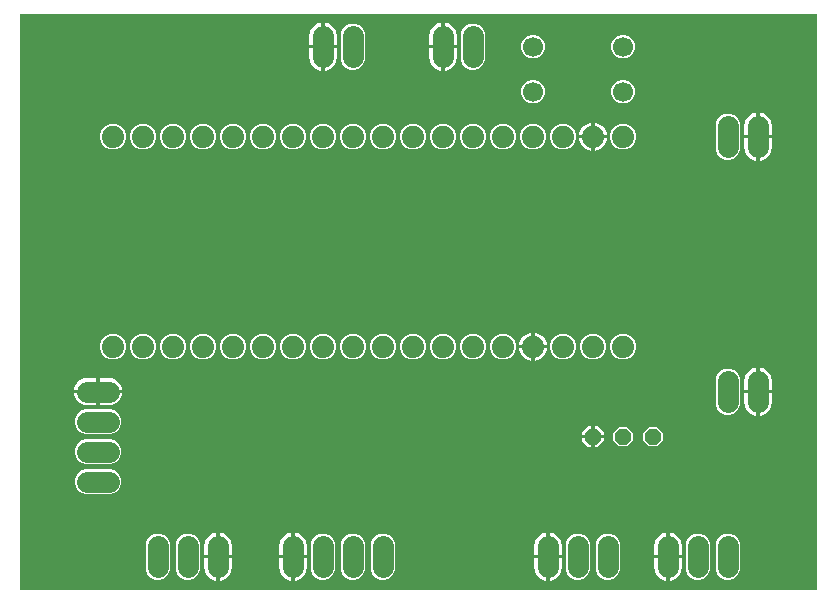
<source format=gbr>
G04 EAGLE Gerber RS-274X export*
G75*
%MOMM*%
%FSLAX34Y34*%
%LPD*%
%INBottom Copper*%
%IPPOS*%
%AMOC8*
5,1,8,0,0,1.08239X$1,22.5*%
G01*
%ADD10C,1.800000*%
%ADD11C,1.700000*%
%ADD12P,1.429621X8X22.500000*%
%ADD13C,1.879600*%

G36*
X684298Y10164D02*
X684298Y10164D01*
X684317Y10162D01*
X684419Y10184D01*
X684521Y10200D01*
X684538Y10210D01*
X684558Y10214D01*
X684647Y10267D01*
X684738Y10316D01*
X684752Y10330D01*
X684769Y10340D01*
X684836Y10419D01*
X684908Y10494D01*
X684916Y10512D01*
X684929Y10527D01*
X684968Y10623D01*
X685011Y10717D01*
X685013Y10737D01*
X685021Y10755D01*
X685039Y10922D01*
X685039Y496978D01*
X685036Y496998D01*
X685038Y497017D01*
X685016Y497119D01*
X685000Y497221D01*
X684990Y497238D01*
X684986Y497258D01*
X684933Y497347D01*
X684884Y497438D01*
X684870Y497452D01*
X684860Y497469D01*
X684781Y497536D01*
X684706Y497608D01*
X684688Y497616D01*
X684673Y497629D01*
X684577Y497668D01*
X684483Y497711D01*
X684463Y497713D01*
X684445Y497721D01*
X684278Y497739D01*
X10922Y497739D01*
X10902Y497736D01*
X10883Y497738D01*
X10781Y497716D01*
X10679Y497700D01*
X10662Y497690D01*
X10642Y497686D01*
X10553Y497633D01*
X10462Y497584D01*
X10448Y497570D01*
X10431Y497560D01*
X10364Y497481D01*
X10292Y497406D01*
X10284Y497388D01*
X10271Y497373D01*
X10232Y497277D01*
X10189Y497183D01*
X10187Y497163D01*
X10179Y497145D01*
X10161Y496978D01*
X10161Y10922D01*
X10164Y10902D01*
X10162Y10883D01*
X10184Y10781D01*
X10200Y10679D01*
X10210Y10662D01*
X10214Y10642D01*
X10267Y10553D01*
X10316Y10462D01*
X10330Y10448D01*
X10340Y10431D01*
X10419Y10364D01*
X10494Y10292D01*
X10512Y10284D01*
X10527Y10271D01*
X10623Y10232D01*
X10717Y10189D01*
X10737Y10187D01*
X10755Y10179D01*
X10922Y10161D01*
X684278Y10161D01*
X684298Y10164D01*
G37*
%LPC*%
G36*
X65107Y116475D02*
X65107Y116475D01*
X61238Y118078D01*
X58278Y121038D01*
X56675Y124907D01*
X56675Y129093D01*
X58278Y132962D01*
X61238Y135922D01*
X65107Y137525D01*
X87293Y137525D01*
X91162Y135922D01*
X94122Y132962D01*
X95725Y129093D01*
X95725Y124907D01*
X94122Y121038D01*
X91162Y118078D01*
X87293Y116475D01*
X65107Y116475D01*
G37*
%LPD*%
%LPC*%
G36*
X65107Y91075D02*
X65107Y91075D01*
X61238Y92678D01*
X58278Y95638D01*
X56675Y99507D01*
X56675Y103693D01*
X58278Y107562D01*
X61238Y110522D01*
X65107Y112125D01*
X87293Y112125D01*
X91162Y110522D01*
X94122Y107562D01*
X95725Y103693D01*
X95725Y99507D01*
X94122Y95638D01*
X91162Y92678D01*
X87293Y91075D01*
X65107Y91075D01*
G37*
%LPD*%
%LPC*%
G36*
X290007Y18575D02*
X290007Y18575D01*
X286138Y20178D01*
X283178Y23138D01*
X281575Y27007D01*
X281575Y49193D01*
X283178Y53062D01*
X286138Y56022D01*
X290007Y57625D01*
X294193Y57625D01*
X298062Y56022D01*
X301022Y53062D01*
X302625Y49193D01*
X302625Y27007D01*
X301022Y23138D01*
X298062Y20178D01*
X294193Y18575D01*
X290007Y18575D01*
G37*
%LPD*%
%LPC*%
G36*
X315407Y18575D02*
X315407Y18575D01*
X311538Y20178D01*
X308578Y23138D01*
X306975Y27007D01*
X306975Y49193D01*
X308578Y53062D01*
X311538Y56022D01*
X315407Y57625D01*
X319593Y57625D01*
X323462Y56022D01*
X326422Y53062D01*
X328025Y49193D01*
X328025Y27007D01*
X326422Y23138D01*
X323462Y20178D01*
X319593Y18575D01*
X315407Y18575D01*
G37*
%LPD*%
%LPC*%
G36*
X391607Y450375D02*
X391607Y450375D01*
X387738Y451978D01*
X384778Y454938D01*
X383175Y458807D01*
X383175Y480993D01*
X384778Y484862D01*
X387738Y487822D01*
X391607Y489425D01*
X395793Y489425D01*
X399662Y487822D01*
X402622Y484862D01*
X404225Y480993D01*
X404225Y458807D01*
X402622Y454938D01*
X399662Y451978D01*
X395793Y450375D01*
X391607Y450375D01*
G37*
%LPD*%
%LPC*%
G36*
X290007Y450375D02*
X290007Y450375D01*
X286138Y451978D01*
X283178Y454938D01*
X281575Y458807D01*
X281575Y480993D01*
X283178Y484862D01*
X286138Y487822D01*
X290007Y489425D01*
X294193Y489425D01*
X298062Y487822D01*
X301022Y484862D01*
X302625Y480993D01*
X302625Y458807D01*
X301022Y454938D01*
X298062Y451978D01*
X294193Y450375D01*
X290007Y450375D01*
G37*
%LPD*%
%LPC*%
G36*
X607507Y374175D02*
X607507Y374175D01*
X603638Y375778D01*
X600678Y378738D01*
X599075Y382607D01*
X599075Y404793D01*
X600678Y408662D01*
X603638Y411622D01*
X607507Y413225D01*
X611693Y413225D01*
X615562Y411622D01*
X618522Y408662D01*
X620125Y404793D01*
X620125Y382607D01*
X618522Y378738D01*
X615562Y375778D01*
X611693Y374175D01*
X607507Y374175D01*
G37*
%LPD*%
%LPC*%
G36*
X150307Y18575D02*
X150307Y18575D01*
X146438Y20178D01*
X143478Y23138D01*
X141875Y27007D01*
X141875Y49193D01*
X143478Y53062D01*
X146438Y56022D01*
X150307Y57625D01*
X154493Y57625D01*
X158362Y56022D01*
X161322Y53062D01*
X162925Y49193D01*
X162925Y27007D01*
X161322Y23138D01*
X158362Y20178D01*
X154493Y18575D01*
X150307Y18575D01*
G37*
%LPD*%
%LPC*%
G36*
X480507Y18575D02*
X480507Y18575D01*
X476638Y20178D01*
X473678Y23138D01*
X472075Y27007D01*
X472075Y49193D01*
X473678Y53062D01*
X476638Y56022D01*
X480507Y57625D01*
X484693Y57625D01*
X488562Y56022D01*
X491522Y53062D01*
X493125Y49193D01*
X493125Y27007D01*
X491522Y23138D01*
X488562Y20178D01*
X484693Y18575D01*
X480507Y18575D01*
G37*
%LPD*%
%LPC*%
G36*
X505907Y18575D02*
X505907Y18575D01*
X502038Y20178D01*
X499078Y23138D01*
X497475Y27007D01*
X497475Y49193D01*
X499078Y53062D01*
X502038Y56022D01*
X505907Y57625D01*
X510093Y57625D01*
X513962Y56022D01*
X516922Y53062D01*
X518525Y49193D01*
X518525Y27007D01*
X516922Y23138D01*
X513962Y20178D01*
X510093Y18575D01*
X505907Y18575D01*
G37*
%LPD*%
%LPC*%
G36*
X582107Y18575D02*
X582107Y18575D01*
X578238Y20178D01*
X575278Y23138D01*
X573675Y27007D01*
X573675Y49193D01*
X575278Y53062D01*
X578238Y56022D01*
X582107Y57625D01*
X586293Y57625D01*
X590162Y56022D01*
X593122Y53062D01*
X594725Y49193D01*
X594725Y27007D01*
X593122Y23138D01*
X590162Y20178D01*
X586293Y18575D01*
X582107Y18575D01*
G37*
%LPD*%
%LPC*%
G36*
X607507Y18575D02*
X607507Y18575D01*
X603638Y20178D01*
X600678Y23138D01*
X599075Y27007D01*
X599075Y49193D01*
X600678Y53062D01*
X603638Y56022D01*
X607507Y57625D01*
X611693Y57625D01*
X615562Y56022D01*
X618522Y53062D01*
X620125Y49193D01*
X620125Y27007D01*
X618522Y23138D01*
X615562Y20178D01*
X611693Y18575D01*
X607507Y18575D01*
G37*
%LPD*%
%LPC*%
G36*
X264607Y18575D02*
X264607Y18575D01*
X260738Y20178D01*
X257778Y23138D01*
X256175Y27007D01*
X256175Y49193D01*
X257778Y53062D01*
X260738Y56022D01*
X264607Y57625D01*
X268793Y57625D01*
X272662Y56022D01*
X275622Y53062D01*
X277225Y49193D01*
X277225Y27007D01*
X275622Y23138D01*
X272662Y20178D01*
X268793Y18575D01*
X264607Y18575D01*
G37*
%LPD*%
%LPC*%
G36*
X124907Y18575D02*
X124907Y18575D01*
X121038Y20178D01*
X118078Y23138D01*
X116475Y27007D01*
X116475Y49193D01*
X118078Y53062D01*
X121038Y56022D01*
X124907Y57625D01*
X129093Y57625D01*
X132962Y56022D01*
X135922Y53062D01*
X137525Y49193D01*
X137525Y27007D01*
X135922Y23138D01*
X132962Y20178D01*
X129093Y18575D01*
X124907Y18575D01*
G37*
%LPD*%
%LPC*%
G36*
X607507Y158275D02*
X607507Y158275D01*
X603638Y159878D01*
X600678Y162838D01*
X599075Y166707D01*
X599075Y188893D01*
X600678Y192762D01*
X603638Y195722D01*
X607507Y197325D01*
X611693Y197325D01*
X615562Y195722D01*
X618522Y192762D01*
X620125Y188893D01*
X620125Y166707D01*
X618522Y162838D01*
X615562Y159878D01*
X611693Y158275D01*
X607507Y158275D01*
G37*
%LPD*%
%LPC*%
G36*
X65107Y141875D02*
X65107Y141875D01*
X61238Y143478D01*
X58278Y146438D01*
X56675Y150307D01*
X56675Y154493D01*
X58278Y158362D01*
X61238Y161322D01*
X65107Y162925D01*
X87293Y162925D01*
X91162Y161322D01*
X94122Y158362D01*
X95725Y154493D01*
X95725Y150307D01*
X94122Y146438D01*
X91162Y143478D01*
X87293Y141875D01*
X65107Y141875D01*
G37*
%LPD*%
%LPC*%
G36*
X340727Y204977D02*
X340727Y204977D01*
X336713Y206640D01*
X333640Y209713D01*
X331977Y213727D01*
X331977Y218073D01*
X333640Y222087D01*
X336713Y225160D01*
X340727Y226823D01*
X345073Y226823D01*
X349087Y225160D01*
X352160Y222087D01*
X353823Y218073D01*
X353823Y213727D01*
X352160Y209713D01*
X349087Y206640D01*
X345073Y204977D01*
X340727Y204977D01*
G37*
%LPD*%
%LPC*%
G36*
X315327Y204977D02*
X315327Y204977D01*
X311313Y206640D01*
X308240Y209713D01*
X306577Y213727D01*
X306577Y218073D01*
X308240Y222087D01*
X311313Y225160D01*
X315327Y226823D01*
X319673Y226823D01*
X323687Y225160D01*
X326760Y222087D01*
X328423Y218073D01*
X328423Y213727D01*
X326760Y209713D01*
X323687Y206640D01*
X319673Y204977D01*
X315327Y204977D01*
G37*
%LPD*%
%LPC*%
G36*
X340727Y382777D02*
X340727Y382777D01*
X336713Y384440D01*
X333640Y387513D01*
X331977Y391527D01*
X331977Y395873D01*
X333640Y399887D01*
X336713Y402960D01*
X340727Y404623D01*
X345073Y404623D01*
X349087Y402960D01*
X352160Y399887D01*
X353823Y395873D01*
X353823Y391527D01*
X352160Y387513D01*
X349087Y384440D01*
X345073Y382777D01*
X340727Y382777D01*
G37*
%LPD*%
%LPC*%
G36*
X289927Y204977D02*
X289927Y204977D01*
X285913Y206640D01*
X282840Y209713D01*
X281177Y213727D01*
X281177Y218073D01*
X282840Y222087D01*
X285913Y225160D01*
X289927Y226823D01*
X294273Y226823D01*
X298287Y225160D01*
X301360Y222087D01*
X303023Y218073D01*
X303023Y213727D01*
X301360Y209713D01*
X298287Y206640D01*
X294273Y204977D01*
X289927Y204977D01*
G37*
%LPD*%
%LPC*%
G36*
X162927Y382777D02*
X162927Y382777D01*
X158913Y384440D01*
X155840Y387513D01*
X154177Y391527D01*
X154177Y395873D01*
X155840Y399887D01*
X158913Y402960D01*
X162927Y404623D01*
X167273Y404623D01*
X171287Y402960D01*
X174360Y399887D01*
X176023Y395873D01*
X176023Y391527D01*
X174360Y387513D01*
X171287Y384440D01*
X167273Y382777D01*
X162927Y382777D01*
G37*
%LPD*%
%LPC*%
G36*
X416927Y382777D02*
X416927Y382777D01*
X412913Y384440D01*
X409840Y387513D01*
X408177Y391527D01*
X408177Y395873D01*
X409840Y399887D01*
X412913Y402960D01*
X416927Y404623D01*
X421273Y404623D01*
X425287Y402960D01*
X428360Y399887D01*
X430023Y395873D01*
X430023Y391527D01*
X428360Y387513D01*
X425287Y384440D01*
X421273Y382777D01*
X416927Y382777D01*
G37*
%LPD*%
%LPC*%
G36*
X391527Y382777D02*
X391527Y382777D01*
X387513Y384440D01*
X384440Y387513D01*
X382777Y391527D01*
X382777Y395873D01*
X384440Y399887D01*
X387513Y402960D01*
X391527Y404623D01*
X395873Y404623D01*
X399887Y402960D01*
X402960Y399887D01*
X404623Y395873D01*
X404623Y391527D01*
X402960Y387513D01*
X399887Y384440D01*
X395873Y382777D01*
X391527Y382777D01*
G37*
%LPD*%
%LPC*%
G36*
X518527Y382777D02*
X518527Y382777D01*
X514513Y384440D01*
X511440Y387513D01*
X509777Y391527D01*
X509777Y395873D01*
X511440Y399887D01*
X514513Y402960D01*
X518527Y404623D01*
X522873Y404623D01*
X526887Y402960D01*
X529960Y399887D01*
X531623Y395873D01*
X531623Y391527D01*
X529960Y387513D01*
X526887Y384440D01*
X522873Y382777D01*
X518527Y382777D01*
G37*
%LPD*%
%LPC*%
G36*
X467727Y382777D02*
X467727Y382777D01*
X463713Y384440D01*
X460640Y387513D01*
X458977Y391527D01*
X458977Y395873D01*
X460640Y399887D01*
X463713Y402960D01*
X467727Y404623D01*
X472073Y404623D01*
X476087Y402960D01*
X479160Y399887D01*
X480823Y395873D01*
X480823Y391527D01*
X479160Y387513D01*
X476087Y384440D01*
X472073Y382777D01*
X467727Y382777D01*
G37*
%LPD*%
%LPC*%
G36*
X442327Y382777D02*
X442327Y382777D01*
X438313Y384440D01*
X435240Y387513D01*
X433577Y391527D01*
X433577Y395873D01*
X435240Y399887D01*
X438313Y402960D01*
X442327Y404623D01*
X446673Y404623D01*
X450687Y402960D01*
X453760Y399887D01*
X455423Y395873D01*
X455423Y391527D01*
X453760Y387513D01*
X450687Y384440D01*
X446673Y382777D01*
X442327Y382777D01*
G37*
%LPD*%
%LPC*%
G36*
X366127Y382777D02*
X366127Y382777D01*
X362113Y384440D01*
X359040Y387513D01*
X357377Y391527D01*
X357377Y395873D01*
X359040Y399887D01*
X362113Y402960D01*
X366127Y404623D01*
X370473Y404623D01*
X374487Y402960D01*
X377560Y399887D01*
X379223Y395873D01*
X379223Y391527D01*
X377560Y387513D01*
X374487Y384440D01*
X370473Y382777D01*
X366127Y382777D01*
G37*
%LPD*%
%LPC*%
G36*
X162927Y204977D02*
X162927Y204977D01*
X158913Y206640D01*
X155840Y209713D01*
X154177Y213727D01*
X154177Y218073D01*
X155840Y222087D01*
X158913Y225160D01*
X162927Y226823D01*
X167273Y226823D01*
X171287Y225160D01*
X174360Y222087D01*
X176023Y218073D01*
X176023Y213727D01*
X174360Y209713D01*
X171287Y206640D01*
X167273Y204977D01*
X162927Y204977D01*
G37*
%LPD*%
%LPC*%
G36*
X315327Y382777D02*
X315327Y382777D01*
X311313Y384440D01*
X308240Y387513D01*
X306577Y391527D01*
X306577Y395873D01*
X308240Y399887D01*
X311313Y402960D01*
X315327Y404623D01*
X319673Y404623D01*
X323687Y402960D01*
X326760Y399887D01*
X328423Y395873D01*
X328423Y391527D01*
X326760Y387513D01*
X323687Y384440D01*
X319673Y382777D01*
X315327Y382777D01*
G37*
%LPD*%
%LPC*%
G36*
X289927Y382777D02*
X289927Y382777D01*
X285913Y384440D01*
X282840Y387513D01*
X281177Y391527D01*
X281177Y395873D01*
X282840Y399887D01*
X285913Y402960D01*
X289927Y404623D01*
X294273Y404623D01*
X298287Y402960D01*
X301360Y399887D01*
X303023Y395873D01*
X303023Y391527D01*
X301360Y387513D01*
X298287Y384440D01*
X294273Y382777D01*
X289927Y382777D01*
G37*
%LPD*%
%LPC*%
G36*
X264527Y382777D02*
X264527Y382777D01*
X260513Y384440D01*
X257440Y387513D01*
X255777Y391527D01*
X255777Y395873D01*
X257440Y399887D01*
X260513Y402960D01*
X264527Y404623D01*
X268873Y404623D01*
X272887Y402960D01*
X275960Y399887D01*
X277623Y395873D01*
X277623Y391527D01*
X275960Y387513D01*
X272887Y384440D01*
X268873Y382777D01*
X264527Y382777D01*
G37*
%LPD*%
%LPC*%
G36*
X239127Y382777D02*
X239127Y382777D01*
X235113Y384440D01*
X232040Y387513D01*
X230377Y391527D01*
X230377Y395873D01*
X232040Y399887D01*
X235113Y402960D01*
X239127Y404623D01*
X243473Y404623D01*
X247487Y402960D01*
X250560Y399887D01*
X252223Y395873D01*
X252223Y391527D01*
X250560Y387513D01*
X247487Y384440D01*
X243473Y382777D01*
X239127Y382777D01*
G37*
%LPD*%
%LPC*%
G36*
X213727Y382777D02*
X213727Y382777D01*
X209713Y384440D01*
X206640Y387513D01*
X204977Y391527D01*
X204977Y395873D01*
X206640Y399887D01*
X209713Y402960D01*
X213727Y404623D01*
X218073Y404623D01*
X222087Y402960D01*
X225160Y399887D01*
X226823Y395873D01*
X226823Y391527D01*
X225160Y387513D01*
X222087Y384440D01*
X218073Y382777D01*
X213727Y382777D01*
G37*
%LPD*%
%LPC*%
G36*
X188327Y382777D02*
X188327Y382777D01*
X184313Y384440D01*
X181240Y387513D01*
X179577Y391527D01*
X179577Y395873D01*
X181240Y399887D01*
X184313Y402960D01*
X188327Y404623D01*
X192673Y404623D01*
X196687Y402960D01*
X199760Y399887D01*
X201423Y395873D01*
X201423Y391527D01*
X199760Y387513D01*
X196687Y384440D01*
X192673Y382777D01*
X188327Y382777D01*
G37*
%LPD*%
%LPC*%
G36*
X137527Y382777D02*
X137527Y382777D01*
X133513Y384440D01*
X130440Y387513D01*
X128777Y391527D01*
X128777Y395873D01*
X130440Y399887D01*
X133513Y402960D01*
X137527Y404623D01*
X141873Y404623D01*
X145887Y402960D01*
X148960Y399887D01*
X150623Y395873D01*
X150623Y391527D01*
X148960Y387513D01*
X145887Y384440D01*
X141873Y382777D01*
X137527Y382777D01*
G37*
%LPD*%
%LPC*%
G36*
X112127Y382777D02*
X112127Y382777D01*
X108113Y384440D01*
X105040Y387513D01*
X103377Y391527D01*
X103377Y395873D01*
X105040Y399887D01*
X108113Y402960D01*
X112127Y404623D01*
X116473Y404623D01*
X120487Y402960D01*
X123560Y399887D01*
X125223Y395873D01*
X125223Y391527D01*
X123560Y387513D01*
X120487Y384440D01*
X116473Y382777D01*
X112127Y382777D01*
G37*
%LPD*%
%LPC*%
G36*
X86727Y382777D02*
X86727Y382777D01*
X82713Y384440D01*
X79640Y387513D01*
X77977Y391527D01*
X77977Y395873D01*
X79640Y399887D01*
X82713Y402960D01*
X86727Y404623D01*
X91073Y404623D01*
X95087Y402960D01*
X98160Y399887D01*
X99823Y395873D01*
X99823Y391527D01*
X98160Y387513D01*
X95087Y384440D01*
X91073Y382777D01*
X86727Y382777D01*
G37*
%LPD*%
%LPC*%
G36*
X137527Y204977D02*
X137527Y204977D01*
X133513Y206640D01*
X130440Y209713D01*
X128777Y213727D01*
X128777Y218073D01*
X130440Y222087D01*
X133513Y225160D01*
X137527Y226823D01*
X141873Y226823D01*
X145887Y225160D01*
X148960Y222087D01*
X150623Y218073D01*
X150623Y213727D01*
X148960Y209713D01*
X145887Y206640D01*
X141873Y204977D01*
X137527Y204977D01*
G37*
%LPD*%
%LPC*%
G36*
X188327Y204977D02*
X188327Y204977D01*
X184313Y206640D01*
X181240Y209713D01*
X179577Y213727D01*
X179577Y218073D01*
X181240Y222087D01*
X184313Y225160D01*
X188327Y226823D01*
X192673Y226823D01*
X196687Y225160D01*
X199760Y222087D01*
X201423Y218073D01*
X201423Y213727D01*
X199760Y209713D01*
X196687Y206640D01*
X192673Y204977D01*
X188327Y204977D01*
G37*
%LPD*%
%LPC*%
G36*
X264527Y204977D02*
X264527Y204977D01*
X260513Y206640D01*
X257440Y209713D01*
X255777Y213727D01*
X255777Y218073D01*
X257440Y222087D01*
X260513Y225160D01*
X264527Y226823D01*
X268873Y226823D01*
X272887Y225160D01*
X275960Y222087D01*
X277623Y218073D01*
X277623Y213727D01*
X275960Y209713D01*
X272887Y206640D01*
X268873Y204977D01*
X264527Y204977D01*
G37*
%LPD*%
%LPC*%
G36*
X213727Y204977D02*
X213727Y204977D01*
X209713Y206640D01*
X206640Y209713D01*
X204977Y213727D01*
X204977Y218073D01*
X206640Y222087D01*
X209713Y225160D01*
X213727Y226823D01*
X218073Y226823D01*
X222087Y225160D01*
X225160Y222087D01*
X226823Y218073D01*
X226823Y213727D01*
X225160Y209713D01*
X222087Y206640D01*
X218073Y204977D01*
X213727Y204977D01*
G37*
%LPD*%
%LPC*%
G36*
X239127Y204977D02*
X239127Y204977D01*
X235113Y206640D01*
X232040Y209713D01*
X230377Y213727D01*
X230377Y218073D01*
X232040Y222087D01*
X235113Y225160D01*
X239127Y226823D01*
X243473Y226823D01*
X247487Y225160D01*
X250560Y222087D01*
X252223Y218073D01*
X252223Y213727D01*
X250560Y209713D01*
X247487Y206640D01*
X243473Y204977D01*
X239127Y204977D01*
G37*
%LPD*%
%LPC*%
G36*
X112127Y204977D02*
X112127Y204977D01*
X108113Y206640D01*
X105040Y209713D01*
X103377Y213727D01*
X103377Y218073D01*
X105040Y222087D01*
X108113Y225160D01*
X112127Y226823D01*
X116473Y226823D01*
X120487Y225160D01*
X123560Y222087D01*
X125223Y218073D01*
X125223Y213727D01*
X123560Y209713D01*
X120487Y206640D01*
X116473Y204977D01*
X112127Y204977D01*
G37*
%LPD*%
%LPC*%
G36*
X86727Y204977D02*
X86727Y204977D01*
X82713Y206640D01*
X79640Y209713D01*
X77977Y213727D01*
X77977Y218073D01*
X79640Y222087D01*
X82713Y225160D01*
X86727Y226823D01*
X91073Y226823D01*
X95087Y225160D01*
X98160Y222087D01*
X99823Y218073D01*
X99823Y213727D01*
X98160Y209713D01*
X95087Y206640D01*
X91073Y204977D01*
X86727Y204977D01*
G37*
%LPD*%
%LPC*%
G36*
X493127Y204977D02*
X493127Y204977D01*
X489113Y206640D01*
X486040Y209713D01*
X484377Y213727D01*
X484377Y218073D01*
X486040Y222087D01*
X489113Y225160D01*
X493127Y226823D01*
X497473Y226823D01*
X501487Y225160D01*
X504560Y222087D01*
X506223Y218073D01*
X506223Y213727D01*
X504560Y209713D01*
X501487Y206640D01*
X497473Y204977D01*
X493127Y204977D01*
G37*
%LPD*%
%LPC*%
G36*
X467727Y204977D02*
X467727Y204977D01*
X463713Y206640D01*
X460640Y209713D01*
X458977Y213727D01*
X458977Y218073D01*
X460640Y222087D01*
X463713Y225160D01*
X467727Y226823D01*
X472073Y226823D01*
X476087Y225160D01*
X479160Y222087D01*
X480823Y218073D01*
X480823Y213727D01*
X479160Y209713D01*
X476087Y206640D01*
X472073Y204977D01*
X467727Y204977D01*
G37*
%LPD*%
%LPC*%
G36*
X416927Y204977D02*
X416927Y204977D01*
X412913Y206640D01*
X409840Y209713D01*
X408177Y213727D01*
X408177Y218073D01*
X409840Y222087D01*
X412913Y225160D01*
X416927Y226823D01*
X421273Y226823D01*
X425287Y225160D01*
X428360Y222087D01*
X430023Y218073D01*
X430023Y213727D01*
X428360Y209713D01*
X425287Y206640D01*
X421273Y204977D01*
X416927Y204977D01*
G37*
%LPD*%
%LPC*%
G36*
X391527Y204977D02*
X391527Y204977D01*
X387513Y206640D01*
X384440Y209713D01*
X382777Y213727D01*
X382777Y218073D01*
X384440Y222087D01*
X387513Y225160D01*
X391527Y226823D01*
X395873Y226823D01*
X399887Y225160D01*
X402960Y222087D01*
X404623Y218073D01*
X404623Y213727D01*
X402960Y209713D01*
X399887Y206640D01*
X395873Y204977D01*
X391527Y204977D01*
G37*
%LPD*%
%LPC*%
G36*
X366127Y204977D02*
X366127Y204977D01*
X362113Y206640D01*
X359040Y209713D01*
X357377Y213727D01*
X357377Y218073D01*
X359040Y222087D01*
X362113Y225160D01*
X366127Y226823D01*
X370473Y226823D01*
X374487Y225160D01*
X377560Y222087D01*
X379223Y218073D01*
X379223Y213727D01*
X377560Y209713D01*
X374487Y206640D01*
X370473Y204977D01*
X366127Y204977D01*
G37*
%LPD*%
%LPC*%
G36*
X518527Y204977D02*
X518527Y204977D01*
X514513Y206640D01*
X511440Y209713D01*
X509777Y213727D01*
X509777Y218073D01*
X511440Y222087D01*
X514513Y225160D01*
X518527Y226823D01*
X522873Y226823D01*
X526887Y225160D01*
X529960Y222087D01*
X531623Y218073D01*
X531623Y213727D01*
X529960Y209713D01*
X526887Y206640D01*
X522873Y204977D01*
X518527Y204977D01*
G37*
%LPD*%
%LPC*%
G36*
X518706Y459875D02*
X518706Y459875D01*
X515021Y461401D01*
X512201Y464221D01*
X510675Y467906D01*
X510675Y471894D01*
X512201Y475579D01*
X515021Y478399D01*
X518706Y479925D01*
X522694Y479925D01*
X526379Y478399D01*
X529199Y475579D01*
X530725Y471894D01*
X530725Y467906D01*
X529199Y464221D01*
X526379Y461401D01*
X522694Y459875D01*
X518706Y459875D01*
G37*
%LPD*%
%LPC*%
G36*
X442506Y421775D02*
X442506Y421775D01*
X438821Y423301D01*
X436001Y426121D01*
X434475Y429806D01*
X434475Y433794D01*
X436001Y437479D01*
X438821Y440299D01*
X442506Y441825D01*
X446494Y441825D01*
X450179Y440299D01*
X452999Y437479D01*
X454525Y433794D01*
X454525Y429806D01*
X452999Y426121D01*
X450179Y423301D01*
X446494Y421775D01*
X442506Y421775D01*
G37*
%LPD*%
%LPC*%
G36*
X518706Y421775D02*
X518706Y421775D01*
X515021Y423301D01*
X512201Y426121D01*
X510675Y429806D01*
X510675Y433794D01*
X512201Y437479D01*
X515021Y440299D01*
X518706Y441825D01*
X522694Y441825D01*
X526379Y440299D01*
X529199Y437479D01*
X530725Y433794D01*
X530725Y429806D01*
X529199Y426121D01*
X526379Y423301D01*
X522694Y421775D01*
X518706Y421775D01*
G37*
%LPD*%
%LPC*%
G36*
X442506Y459875D02*
X442506Y459875D01*
X438821Y461401D01*
X436001Y464221D01*
X434475Y467906D01*
X434475Y471894D01*
X436001Y475579D01*
X438821Y478399D01*
X442506Y479925D01*
X446494Y479925D01*
X450179Y478399D01*
X452999Y475579D01*
X454525Y471894D01*
X454525Y467906D01*
X452999Y464221D01*
X450179Y461401D01*
X446494Y459875D01*
X442506Y459875D01*
G37*
%LPD*%
%LPC*%
G36*
X517333Y131571D02*
X517333Y131571D01*
X512571Y136333D01*
X512571Y143067D01*
X517333Y147829D01*
X524067Y147829D01*
X528829Y143067D01*
X528829Y136333D01*
X524067Y131571D01*
X517333Y131571D01*
G37*
%LPD*%
%LPC*%
G36*
X542733Y131571D02*
X542733Y131571D01*
X537971Y136333D01*
X537971Y143067D01*
X542733Y147829D01*
X549467Y147829D01*
X554229Y143067D01*
X554229Y136333D01*
X549467Y131571D01*
X542733Y131571D01*
G37*
%LPD*%
%LPC*%
G36*
X636523Y395223D02*
X636523Y395223D01*
X636523Y414143D01*
X637702Y413957D01*
X639430Y413395D01*
X641049Y412571D01*
X642518Y411503D01*
X643803Y410218D01*
X644871Y408749D01*
X645695Y407130D01*
X646257Y405402D01*
X646541Y403608D01*
X646541Y395223D01*
X636523Y395223D01*
G37*
%LPD*%
%LPC*%
G36*
X458723Y39623D02*
X458723Y39623D01*
X458723Y58543D01*
X459902Y58357D01*
X461630Y57795D01*
X463249Y56971D01*
X464718Y55903D01*
X466003Y54618D01*
X467071Y53149D01*
X467895Y51530D01*
X468457Y49802D01*
X468741Y48008D01*
X468741Y39623D01*
X458723Y39623D01*
G37*
%LPD*%
%LPC*%
G36*
X636523Y179323D02*
X636523Y179323D01*
X636523Y198243D01*
X637702Y198057D01*
X639430Y197495D01*
X641049Y196671D01*
X642518Y195603D01*
X643803Y194318D01*
X644871Y192849D01*
X645695Y191230D01*
X646257Y189502D01*
X646541Y187708D01*
X646541Y179323D01*
X636523Y179323D01*
G37*
%LPD*%
%LPC*%
G36*
X77723Y179323D02*
X77723Y179323D01*
X77723Y189341D01*
X86108Y189341D01*
X87902Y189057D01*
X89630Y188495D01*
X91249Y187671D01*
X92718Y186603D01*
X94003Y185318D01*
X95071Y183849D01*
X95895Y182230D01*
X96457Y180502D01*
X96643Y179323D01*
X77723Y179323D01*
G37*
%LPD*%
%LPC*%
G36*
X560323Y39623D02*
X560323Y39623D01*
X560323Y58543D01*
X561502Y58357D01*
X563230Y57795D01*
X564849Y56971D01*
X566318Y55903D01*
X567603Y54618D01*
X568671Y53149D01*
X569495Y51530D01*
X570057Y49802D01*
X570341Y48008D01*
X570341Y39623D01*
X560323Y39623D01*
G37*
%LPD*%
%LPC*%
G36*
X179323Y39623D02*
X179323Y39623D01*
X179323Y58543D01*
X180502Y58357D01*
X182230Y57795D01*
X183849Y56971D01*
X185318Y55903D01*
X186603Y54618D01*
X187671Y53149D01*
X188495Y51530D01*
X189057Y49802D01*
X189341Y48008D01*
X189341Y39623D01*
X179323Y39623D01*
G37*
%LPD*%
%LPC*%
G36*
X242823Y39623D02*
X242823Y39623D01*
X242823Y58543D01*
X244002Y58357D01*
X245730Y57795D01*
X247349Y56971D01*
X248818Y55903D01*
X250103Y54618D01*
X251171Y53149D01*
X251995Y51530D01*
X252557Y49802D01*
X252841Y48008D01*
X252841Y39623D01*
X242823Y39623D01*
G37*
%LPD*%
%LPC*%
G36*
X268223Y471423D02*
X268223Y471423D01*
X268223Y490343D01*
X269402Y490157D01*
X271130Y489595D01*
X272749Y488771D01*
X274218Y487703D01*
X275503Y486418D01*
X276571Y484949D01*
X277395Y483330D01*
X277957Y481602D01*
X278241Y479808D01*
X278241Y471423D01*
X268223Y471423D01*
G37*
%LPD*%
%LPC*%
G36*
X369823Y471423D02*
X369823Y471423D01*
X369823Y490343D01*
X371002Y490157D01*
X372730Y489595D01*
X374349Y488771D01*
X375818Y487703D01*
X377103Y486418D01*
X378171Y484949D01*
X378995Y483330D01*
X379557Y481602D01*
X379841Y479808D01*
X379841Y471423D01*
X369823Y471423D01*
G37*
%LPD*%
%LPC*%
G36*
X636523Y392177D02*
X636523Y392177D01*
X646541Y392177D01*
X646541Y383792D01*
X646257Y381998D01*
X645695Y380270D01*
X644871Y378651D01*
X643803Y377182D01*
X642518Y375897D01*
X641049Y374829D01*
X639430Y374005D01*
X637702Y373443D01*
X636523Y373257D01*
X636523Y392177D01*
G37*
%LPD*%
%LPC*%
G36*
X179323Y36577D02*
X179323Y36577D01*
X189341Y36577D01*
X189341Y28192D01*
X189057Y26398D01*
X188495Y24670D01*
X187671Y23051D01*
X186603Y21582D01*
X185318Y20297D01*
X183849Y19229D01*
X182230Y18405D01*
X180502Y17843D01*
X179323Y17657D01*
X179323Y36577D01*
G37*
%LPD*%
%LPC*%
G36*
X55757Y179323D02*
X55757Y179323D01*
X55943Y180502D01*
X56505Y182230D01*
X57329Y183849D01*
X58397Y185318D01*
X59682Y186603D01*
X61151Y187671D01*
X62770Y188495D01*
X64498Y189057D01*
X66292Y189341D01*
X74677Y189341D01*
X74677Y179323D01*
X55757Y179323D01*
G37*
%LPD*%
%LPC*%
G36*
X369823Y468377D02*
X369823Y468377D01*
X379841Y468377D01*
X379841Y459992D01*
X379557Y458198D01*
X378995Y456470D01*
X378171Y454851D01*
X377103Y453382D01*
X375818Y452097D01*
X374349Y451029D01*
X372730Y450205D01*
X371002Y449643D01*
X369823Y449457D01*
X369823Y468377D01*
G37*
%LPD*%
%LPC*%
G36*
X242823Y36577D02*
X242823Y36577D01*
X252841Y36577D01*
X252841Y28192D01*
X252557Y26398D01*
X251995Y24670D01*
X251171Y23051D01*
X250103Y21582D01*
X248818Y20297D01*
X247349Y19229D01*
X245730Y18405D01*
X244002Y17843D01*
X242823Y17657D01*
X242823Y36577D01*
G37*
%LPD*%
%LPC*%
G36*
X636523Y176277D02*
X636523Y176277D01*
X646541Y176277D01*
X646541Y167892D01*
X646257Y166098D01*
X645695Y164370D01*
X644871Y162751D01*
X643803Y161282D01*
X642518Y159997D01*
X641049Y158929D01*
X639430Y158105D01*
X637702Y157543D01*
X636523Y157357D01*
X636523Y176277D01*
G37*
%LPD*%
%LPC*%
G36*
X268223Y468377D02*
X268223Y468377D01*
X278241Y468377D01*
X278241Y459992D01*
X277957Y458198D01*
X277395Y456470D01*
X276571Y454851D01*
X275503Y453382D01*
X274218Y452097D01*
X272749Y451029D01*
X271130Y450205D01*
X269402Y449643D01*
X268223Y449457D01*
X268223Y468377D01*
G37*
%LPD*%
%LPC*%
G36*
X458723Y36577D02*
X458723Y36577D01*
X468741Y36577D01*
X468741Y28192D01*
X468457Y26398D01*
X467895Y24670D01*
X467071Y23051D01*
X466003Y21582D01*
X464718Y20297D01*
X463249Y19229D01*
X461630Y18405D01*
X459902Y17843D01*
X458723Y17657D01*
X458723Y36577D01*
G37*
%LPD*%
%LPC*%
G36*
X560323Y36577D02*
X560323Y36577D01*
X570341Y36577D01*
X570341Y28192D01*
X570057Y26398D01*
X569495Y24670D01*
X568671Y23051D01*
X567603Y21582D01*
X566318Y20297D01*
X564849Y19229D01*
X563230Y18405D01*
X561502Y17843D01*
X560323Y17657D01*
X560323Y36577D01*
G37*
%LPD*%
%LPC*%
G36*
X445659Y39623D02*
X445659Y39623D01*
X445659Y48008D01*
X445943Y49802D01*
X446505Y51530D01*
X447329Y53149D01*
X448397Y54618D01*
X449682Y55903D01*
X451151Y56971D01*
X452770Y57795D01*
X454498Y58357D01*
X455677Y58543D01*
X455677Y39623D01*
X445659Y39623D01*
G37*
%LPD*%
%LPC*%
G36*
X623459Y179323D02*
X623459Y179323D01*
X623459Y187708D01*
X623743Y189502D01*
X624305Y191230D01*
X625129Y192849D01*
X626197Y194318D01*
X627482Y195603D01*
X628951Y196671D01*
X630570Y197495D01*
X632298Y198057D01*
X633477Y198243D01*
X633477Y179323D01*
X623459Y179323D01*
G37*
%LPD*%
%LPC*%
G36*
X229759Y39623D02*
X229759Y39623D01*
X229759Y48008D01*
X230043Y49802D01*
X230605Y51530D01*
X231429Y53149D01*
X232497Y54618D01*
X233782Y55903D01*
X235251Y56971D01*
X236870Y57795D01*
X238598Y58357D01*
X239777Y58543D01*
X239777Y39623D01*
X229759Y39623D01*
G37*
%LPD*%
%LPC*%
G36*
X623459Y395223D02*
X623459Y395223D01*
X623459Y403608D01*
X623743Y405402D01*
X624305Y407130D01*
X625129Y408749D01*
X626197Y410218D01*
X627482Y411503D01*
X628951Y412571D01*
X630570Y413395D01*
X632298Y413957D01*
X633477Y414143D01*
X633477Y395223D01*
X623459Y395223D01*
G37*
%LPD*%
%LPC*%
G36*
X77723Y166259D02*
X77723Y166259D01*
X77723Y176277D01*
X96643Y176277D01*
X96457Y175098D01*
X95895Y173370D01*
X95071Y171751D01*
X94003Y170282D01*
X92718Y168997D01*
X91249Y167929D01*
X89630Y167105D01*
X87902Y166543D01*
X86108Y166259D01*
X77723Y166259D01*
G37*
%LPD*%
%LPC*%
G36*
X255159Y471423D02*
X255159Y471423D01*
X255159Y479808D01*
X255443Y481602D01*
X256005Y483330D01*
X256829Y484949D01*
X257897Y486418D01*
X259182Y487703D01*
X260651Y488771D01*
X262270Y489595D01*
X263998Y490157D01*
X265177Y490343D01*
X265177Y471423D01*
X255159Y471423D01*
G37*
%LPD*%
%LPC*%
G36*
X166259Y39623D02*
X166259Y39623D01*
X166259Y48008D01*
X166543Y49802D01*
X167105Y51530D01*
X167929Y53149D01*
X168997Y54618D01*
X170282Y55903D01*
X171751Y56971D01*
X173370Y57795D01*
X175098Y58357D01*
X176277Y58543D01*
X176277Y39623D01*
X166259Y39623D01*
G37*
%LPD*%
%LPC*%
G36*
X356759Y471423D02*
X356759Y471423D01*
X356759Y479808D01*
X357043Y481602D01*
X357605Y483330D01*
X358429Y484949D01*
X359497Y486418D01*
X360782Y487703D01*
X362251Y488771D01*
X363870Y489595D01*
X365598Y490157D01*
X366777Y490343D01*
X366777Y471423D01*
X356759Y471423D01*
G37*
%LPD*%
%LPC*%
G36*
X547259Y39623D02*
X547259Y39623D01*
X547259Y48008D01*
X547543Y49802D01*
X548105Y51530D01*
X548929Y53149D01*
X549997Y54618D01*
X551282Y55903D01*
X552751Y56971D01*
X554370Y57795D01*
X556098Y58357D01*
X557277Y58543D01*
X557277Y39623D01*
X547259Y39623D01*
G37*
%LPD*%
%LPC*%
G36*
X556098Y17843D02*
X556098Y17843D01*
X554370Y18405D01*
X552751Y19229D01*
X551282Y20297D01*
X549997Y21582D01*
X548929Y23051D01*
X548105Y24670D01*
X547543Y26398D01*
X547259Y28192D01*
X547259Y36577D01*
X557277Y36577D01*
X557277Y17657D01*
X556098Y17843D01*
G37*
%LPD*%
%LPC*%
G36*
X454498Y17843D02*
X454498Y17843D01*
X452770Y18405D01*
X451151Y19229D01*
X449682Y20297D01*
X448397Y21582D01*
X447329Y23051D01*
X446505Y24670D01*
X445943Y26398D01*
X445659Y28192D01*
X445659Y36577D01*
X455677Y36577D01*
X455677Y17657D01*
X454498Y17843D01*
G37*
%LPD*%
%LPC*%
G36*
X238598Y17843D02*
X238598Y17843D01*
X236870Y18405D01*
X235251Y19229D01*
X233782Y20297D01*
X232497Y21582D01*
X231429Y23051D01*
X230605Y24670D01*
X230043Y26398D01*
X229759Y28192D01*
X229759Y36577D01*
X239777Y36577D01*
X239777Y17657D01*
X238598Y17843D01*
G37*
%LPD*%
%LPC*%
G36*
X632298Y157543D02*
X632298Y157543D01*
X630570Y158105D01*
X628951Y158929D01*
X627482Y159997D01*
X626197Y161282D01*
X625129Y162751D01*
X624305Y164370D01*
X623743Y166098D01*
X623459Y167892D01*
X623459Y176277D01*
X633477Y176277D01*
X633477Y157357D01*
X632298Y157543D01*
G37*
%LPD*%
%LPC*%
G36*
X66292Y166259D02*
X66292Y166259D01*
X64498Y166543D01*
X62770Y167105D01*
X61151Y167929D01*
X59682Y168997D01*
X58397Y170282D01*
X57329Y171751D01*
X56505Y173370D01*
X55943Y175098D01*
X55757Y176277D01*
X74677Y176277D01*
X74677Y166259D01*
X66292Y166259D01*
G37*
%LPD*%
%LPC*%
G36*
X263998Y449643D02*
X263998Y449643D01*
X262270Y450205D01*
X260651Y451029D01*
X259182Y452097D01*
X257897Y453382D01*
X256829Y454851D01*
X256005Y456470D01*
X255443Y458198D01*
X255159Y459992D01*
X255159Y468377D01*
X265177Y468377D01*
X265177Y449457D01*
X263998Y449643D01*
G37*
%LPD*%
%LPC*%
G36*
X632298Y373443D02*
X632298Y373443D01*
X630570Y374005D01*
X628951Y374829D01*
X627482Y375897D01*
X626197Y377182D01*
X625129Y378651D01*
X624305Y380270D01*
X623743Y381998D01*
X623459Y383792D01*
X623459Y392177D01*
X633477Y392177D01*
X633477Y373257D01*
X632298Y373443D01*
G37*
%LPD*%
%LPC*%
G36*
X175098Y17843D02*
X175098Y17843D01*
X173370Y18405D01*
X171751Y19229D01*
X170282Y20297D01*
X168997Y21582D01*
X167929Y23051D01*
X167105Y24670D01*
X166543Y26398D01*
X166259Y28192D01*
X166259Y36577D01*
X176277Y36577D01*
X176277Y17657D01*
X175098Y17843D01*
G37*
%LPD*%
%LPC*%
G36*
X365598Y449643D02*
X365598Y449643D01*
X363870Y450205D01*
X362251Y451029D01*
X360782Y452097D01*
X359497Y453382D01*
X358429Y454851D01*
X357605Y456470D01*
X357043Y458198D01*
X356759Y459992D01*
X356759Y468377D01*
X366777Y468377D01*
X366777Y449457D01*
X365598Y449643D01*
G37*
%LPD*%
%LPC*%
G36*
X496823Y395223D02*
X496823Y395223D01*
X496823Y405546D01*
X498096Y405345D01*
X499883Y404764D01*
X501557Y403911D01*
X503078Y402806D01*
X504406Y401478D01*
X505511Y399957D01*
X506364Y398283D01*
X506945Y396496D01*
X507146Y395223D01*
X496823Y395223D01*
G37*
%LPD*%
%LPC*%
G36*
X446023Y217423D02*
X446023Y217423D01*
X446023Y227746D01*
X447296Y227545D01*
X449083Y226964D01*
X450757Y226111D01*
X452278Y225006D01*
X453606Y223678D01*
X454711Y222157D01*
X455564Y220483D01*
X456145Y218696D01*
X456346Y217423D01*
X446023Y217423D01*
G37*
%LPD*%
%LPC*%
G36*
X432654Y217423D02*
X432654Y217423D01*
X432855Y218696D01*
X433436Y220483D01*
X434289Y222157D01*
X435394Y223678D01*
X436722Y225006D01*
X438243Y226111D01*
X439917Y226964D01*
X441704Y227545D01*
X442977Y227746D01*
X442977Y217423D01*
X432654Y217423D01*
G37*
%LPD*%
%LPC*%
G36*
X496823Y392177D02*
X496823Y392177D01*
X507146Y392177D01*
X506945Y390904D01*
X506364Y389117D01*
X505511Y387443D01*
X504406Y385922D01*
X503078Y384594D01*
X501557Y383489D01*
X499883Y382636D01*
X498096Y382055D01*
X496823Y381854D01*
X496823Y392177D01*
G37*
%LPD*%
%LPC*%
G36*
X483454Y395223D02*
X483454Y395223D01*
X483655Y396496D01*
X484236Y398283D01*
X485089Y399957D01*
X486194Y401478D01*
X487522Y402806D01*
X489043Y403911D01*
X490717Y404764D01*
X492504Y405345D01*
X493777Y405546D01*
X493777Y395223D01*
X483454Y395223D01*
G37*
%LPD*%
%LPC*%
G36*
X446023Y214377D02*
X446023Y214377D01*
X456346Y214377D01*
X456145Y213104D01*
X455564Y211317D01*
X454711Y209643D01*
X453606Y208122D01*
X452278Y206794D01*
X450757Y205689D01*
X449083Y204836D01*
X447296Y204255D01*
X446023Y204054D01*
X446023Y214377D01*
G37*
%LPD*%
%LPC*%
G36*
X441704Y204255D02*
X441704Y204255D01*
X439917Y204836D01*
X438243Y205689D01*
X436722Y206794D01*
X435394Y208122D01*
X434289Y209643D01*
X433436Y211317D01*
X432855Y213104D01*
X432654Y214377D01*
X442977Y214377D01*
X442977Y204054D01*
X441704Y204255D01*
G37*
%LPD*%
%LPC*%
G36*
X492504Y382055D02*
X492504Y382055D01*
X490717Y382636D01*
X489043Y383489D01*
X487522Y384594D01*
X486194Y385922D01*
X485089Y387443D01*
X484236Y389117D01*
X483655Y390904D01*
X483454Y392177D01*
X493777Y392177D01*
X493777Y381854D01*
X492504Y382055D01*
G37*
%LPD*%
%LPC*%
G36*
X496823Y141223D02*
X496823Y141223D01*
X496823Y148845D01*
X499088Y148845D01*
X504445Y143488D01*
X504445Y141223D01*
X496823Y141223D01*
G37*
%LPD*%
%LPC*%
G36*
X486155Y141223D02*
X486155Y141223D01*
X486155Y143488D01*
X491512Y148845D01*
X493777Y148845D01*
X493777Y141223D01*
X486155Y141223D01*
G37*
%LPD*%
%LPC*%
G36*
X496823Y130555D02*
X496823Y130555D01*
X496823Y138177D01*
X504445Y138177D01*
X504445Y135912D01*
X499088Y130555D01*
X496823Y130555D01*
G37*
%LPD*%
%LPC*%
G36*
X491512Y130555D02*
X491512Y130555D01*
X486155Y135912D01*
X486155Y138177D01*
X493777Y138177D01*
X493777Y130555D01*
X491512Y130555D01*
G37*
%LPD*%
%LPC*%
G36*
X495299Y393699D02*
X495299Y393699D01*
X495299Y393701D01*
X495301Y393701D01*
X495301Y393699D01*
X495299Y393699D01*
G37*
%LPD*%
%LPC*%
G36*
X266699Y469899D02*
X266699Y469899D01*
X266699Y469901D01*
X266701Y469901D01*
X266701Y469899D01*
X266699Y469899D01*
G37*
%LPD*%
%LPC*%
G36*
X368299Y469899D02*
X368299Y469899D01*
X368299Y469901D01*
X368301Y469901D01*
X368301Y469899D01*
X368299Y469899D01*
G37*
%LPD*%
%LPC*%
G36*
X444499Y215899D02*
X444499Y215899D01*
X444499Y215901D01*
X444501Y215901D01*
X444501Y215899D01*
X444499Y215899D01*
G37*
%LPD*%
%LPC*%
G36*
X558799Y38099D02*
X558799Y38099D01*
X558799Y38101D01*
X558801Y38101D01*
X558801Y38099D01*
X558799Y38099D01*
G37*
%LPD*%
%LPC*%
G36*
X457199Y38099D02*
X457199Y38099D01*
X457199Y38101D01*
X457201Y38101D01*
X457201Y38099D01*
X457199Y38099D01*
G37*
%LPD*%
%LPC*%
G36*
X241299Y38099D02*
X241299Y38099D01*
X241299Y38101D01*
X241301Y38101D01*
X241301Y38099D01*
X241299Y38099D01*
G37*
%LPD*%
%LPC*%
G36*
X177799Y38099D02*
X177799Y38099D01*
X177799Y38101D01*
X177801Y38101D01*
X177801Y38099D01*
X177799Y38099D01*
G37*
%LPD*%
%LPC*%
G36*
X634999Y177799D02*
X634999Y177799D01*
X634999Y177801D01*
X635001Y177801D01*
X635001Y177799D01*
X634999Y177799D01*
G37*
%LPD*%
%LPC*%
G36*
X634999Y393699D02*
X634999Y393699D01*
X634999Y393701D01*
X635001Y393701D01*
X635001Y393699D01*
X634999Y393699D01*
G37*
%LPD*%
%LPC*%
G36*
X76199Y177799D02*
X76199Y177799D01*
X76199Y177801D01*
X76201Y177801D01*
X76201Y177799D01*
X76199Y177799D01*
G37*
%LPD*%
%LPC*%
G36*
X495299Y139699D02*
X495299Y139699D01*
X495299Y139701D01*
X495301Y139701D01*
X495301Y139699D01*
X495299Y139699D01*
G37*
%LPD*%
D10*
X292100Y478900D02*
X292100Y460900D01*
X266700Y460900D02*
X266700Y478900D01*
X393700Y478900D02*
X393700Y460900D01*
X368300Y460900D02*
X368300Y478900D01*
X85200Y101600D02*
X67200Y101600D01*
X67200Y127000D02*
X85200Y127000D01*
X85200Y152400D02*
X67200Y152400D01*
X67200Y177800D02*
X85200Y177800D01*
D11*
X520700Y431800D03*
X444500Y431800D03*
X520700Y469900D03*
X444500Y469900D03*
D10*
X317500Y47100D02*
X317500Y29100D01*
X292100Y29100D02*
X292100Y47100D01*
X266700Y47100D02*
X266700Y29100D01*
X241300Y29100D02*
X241300Y47100D01*
D12*
X546100Y139700D03*
X495300Y139700D03*
X520700Y139700D03*
D10*
X609600Y168800D02*
X609600Y186800D01*
X635000Y186800D02*
X635000Y168800D01*
X127000Y47100D02*
X127000Y29100D01*
X152400Y29100D02*
X152400Y47100D01*
X177800Y47100D02*
X177800Y29100D01*
X457200Y29100D02*
X457200Y47100D01*
X482600Y47100D02*
X482600Y29100D01*
X508000Y29100D02*
X508000Y47100D01*
X558800Y47100D02*
X558800Y29100D01*
X584200Y29100D02*
X584200Y47100D01*
X609600Y47100D02*
X609600Y29100D01*
D13*
X520700Y393700D03*
X495300Y393700D03*
X469900Y393700D03*
X444500Y393700D03*
X419100Y393700D03*
X393700Y393700D03*
X368300Y393700D03*
X342900Y393700D03*
X317500Y393700D03*
X292100Y393700D03*
X266700Y393700D03*
X241300Y393700D03*
X241300Y215900D03*
X266700Y215900D03*
X292100Y215900D03*
X317500Y215900D03*
X342900Y215900D03*
X368300Y215900D03*
X393700Y215900D03*
X419100Y215900D03*
X444500Y215900D03*
X469900Y215900D03*
X495300Y215900D03*
X520700Y215900D03*
X215900Y393700D03*
X190500Y393700D03*
X165100Y393700D03*
X139700Y393700D03*
X114300Y393700D03*
X88900Y393700D03*
X88900Y215900D03*
X114300Y215900D03*
X139700Y215900D03*
X165100Y215900D03*
X190500Y215900D03*
X215900Y215900D03*
D10*
X609600Y384700D02*
X609600Y402700D01*
X635000Y402700D02*
X635000Y384700D01*
M02*

</source>
